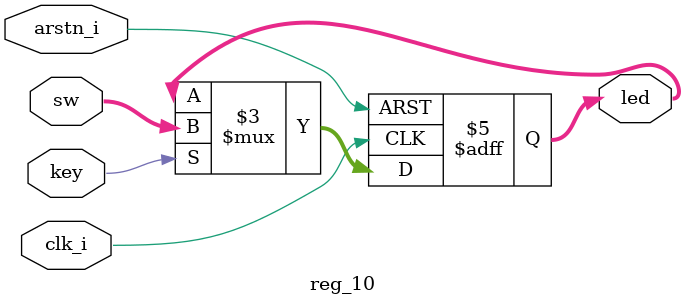
<source format=v>
`timescale 1ns / 1ps

module reg_10#(
  parameter DATA_WIDTH = 10
  )
  (
  input                         clk_i,
  input                         arstn_i,
  
  input       [DATA_WIDTH-1:0]  sw,
  input                         key,
  
  output  reg [DATA_WIDTH-1:0]  led
  );
  
  
   always @( posedge clk_i or negedge arstn_i ) begin
   if (!arstn_i) led[DATA_WIDTH-1:0]  <=  {DATA_WIDTH{1'b0}};
   else if (key) led[DATA_WIDTH-1:0]  <=  sw[DATA_WIDTH-1:0];
  end
  
endmodule
</source>
